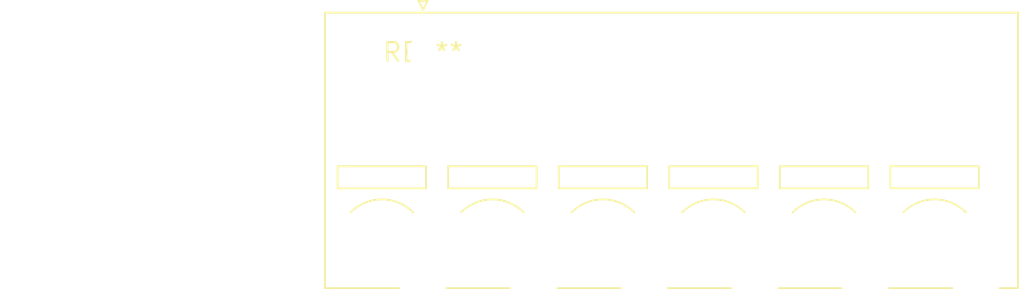
<source format=kicad_pcb>
(kicad_pcb (version 20240108) (generator pcbnew)
  (layers (0 "F.Cu" signal) (31 "B.Cu" signal) (34 "B.Paste" user) (35 "F.Paste" user) (36 "B.SilkS" user "B.Silkscreen") (37 "F.SilkS" user "F.Silkscreen") (38 "B.Mask" user) (39 "F.Mask" user) (44 "Edge.Cuts" user))
  (net 0 "")
  (footprint "PhoenixContact_SPT_5_6-V-7.5-ZB_1x06_P7.5mm_Vertical" (layer "F.Cu") (at 0 0)
    (property "Reference" "REF**")
    (property "Value" "PhoenixContact_SPT_5_6-V-7.5-ZB_1x06_P7.5mm_Vertical")
    (fp_line (start -6.66 -2.69) (end 40.36 -2.69) (layer "F.SilkS") (stroke (width 0.12)))
    (fp_line (start -6.66 16.03) (end -6.66 -2.69) (layer "F.SilkS") (stroke (width 0.12)))
    (fp_line (start -6.66 16.03) (end -1.6 16.03) (layer "F.SilkS") (stroke (width 0.12)))
    (fp_line (start -5.8 7.75) (end -5.8 9.25) (layer "F.SilkS") (stroke (width 0.12)))
    (fp_line (start -5.8 9.25) (end 0.2 9.25) (layer "F.SilkS") (stroke (width 0.12)))
    (fp_line (start -0.3 -3.49) (end 0 -2.89) (layer "F.SilkS") (stroke (width 0.12)))
    (fp_line (start -0.3 -3.49) (end 0.3 -3.49) (layer "F.SilkS") (stroke (width 0.12)))
    (fp_line (start 0.2 7.75) (end -5.8 7.75) (layer "F.SilkS") (stroke (width 0.12)))
    (fp_line (start 0.2 9.25) (end 0.2 7.75) (layer "F.SilkS") (stroke (width 0.12)))
    (fp_line (start 0.3 -3.49) (end 0 -2.89) (layer "F.SilkS") (stroke (width 0.12)))
    (fp_line (start 1.6 16.03) (end 5.9 16.03) (layer "F.SilkS") (stroke (width 0.12)))
    (fp_line (start 1.7 7.75) (end 1.7 9.25) (layer "F.SilkS") (stroke (width 0.12)))
    (fp_line (start 1.7 9.25) (end 7.7 9.25) (layer "F.SilkS") (stroke (width 0.12)))
    (fp_line (start 7.7 7.75) (end 1.7 7.75) (layer "F.SilkS") (stroke (width 0.12)))
    (fp_line (start 7.7 9.25) (end 7.7 7.75) (layer "F.SilkS") (stroke (width 0.12)))
    (fp_line (start 9.1 16.03) (end 13.4 16.03) (layer "F.SilkS") (stroke (width 0.12)))
    (fp_line (start 9.2 7.75) (end 9.2 9.25) (layer "F.SilkS") (stroke (width 0.12)))
    (fp_line (start 9.2 9.25) (end 15.2 9.25) (layer "F.SilkS") (stroke (width 0.12)))
    (fp_line (start 15.2 7.75) (end 9.2 7.75) (layer "F.SilkS") (stroke (width 0.12)))
    (fp_line (start 15.2 9.25) (end 15.2 7.75) (layer "F.SilkS") (stroke (width 0.12)))
    (fp_line (start 16.6 16.03) (end 20.9 16.03) (layer "F.SilkS") (stroke (width 0.12)))
    (fp_line (start 16.7 7.75) (end 16.7 9.25) (layer "F.SilkS") (stroke (width 0.12)))
    (fp_line (start 16.7 9.25) (end 22.7 9.25) (layer "F.SilkS") (stroke (width 0.12)))
    (fp_line (start 22.7 7.75) (end 16.7 7.75) (layer "F.SilkS") (stroke (width 0.12)))
    (fp_line (start 22.7 9.25) (end 22.7 7.75) (layer "F.SilkS") (stroke (width 0.12)))
    (fp_line (start 24.1 16.03) (end 28.4 16.03) (layer "F.SilkS") (stroke (width 0.12)))
    (fp_line (start 24.2 7.75) (end 24.2 9.25) (layer "F.SilkS") (stroke (width 0.12)))
    (fp_line (start 24.2 9.25) (end 30.2 9.25) (layer "F.SilkS") (stroke (width 0.12)))
    (fp_line (start 30.2 7.75) (end 24.2 7.75) (layer "F.SilkS") (stroke (width 0.12)))
    (fp_line (start 30.2 9.25) (end 30.2 7.75) (layer "F.SilkS") (stroke (width 0.12)))
    (fp_line (start 31.6 16.03) (end 35.9 16.03) (layer "F.SilkS") (stroke (width 0.12)))
    (fp_line (start 31.7 7.75) (end 31.7 9.25) (layer "F.SilkS") (stroke (width 0.12)))
    (fp_line (start 31.7 9.25) (end 37.7 9.25) (layer "F.SilkS") (stroke (width 0.12)))
    (fp_line (start 37.7 7.75) (end 31.7 7.75) (layer "F.SilkS") (stroke (width 0.12)))
    (fp_line (start 37.7 9.25) (end 37.7 7.75) (layer "F.SilkS") (stroke (width 0.12)))
    (fp_line (start 39.1 16.03) (end 40.36 16.03) (layer "F.SilkS") (stroke (width 0.12)))
    (fp_line (start 40.36 -2.69) (end 40.36 16.03) (layer "F.SilkS") (stroke (width 0.12)))
    (fp_arc (start -4.92132 10.87868) (mid -2.8 10) (end -0.67868 10.87868) (layer "F.SilkS") (stroke (width 0.12)))
    (fp_arc (start 2.57868 10.87868) (mid 4.7 10) (end 6.82132 10.87868) (layer "F.SilkS") (stroke (width 0.12)))
    (fp_arc (start 10.07868 10.87868) (mid 12.2 10) (end 14.32132 10.87868) (layer "F.SilkS") (stroke (width 0.12)))
    (fp_arc (start 17.57868 10.87868) (mid 19.7 10) (end 21.82132 10.87868) (layer "F.SilkS") (stroke (width 0.12)))
    (fp_arc (start 25.07868 10.87868) (mid 27.2 10) (end 29.32132 10.87868) (layer "F.SilkS") (stroke (width 0.12)))
    (fp_arc (start 32.57868 10.87868) (mid 34.7 10) (end 36.82132 10.87868) (layer "F.SilkS") (stroke (width 0.12)))
    (pad "1" thru_hole roundrect (at 0 0) (size 2.8 4.3) (drill 2.1) (layers *.Cu *.Mask) (remove_unused_layers) (roundrect_rratio 0.089286))
    (pad "2" thru_hole oval (at 7.5 14) (size 2.8 4.3) (drill 2.1) (layers *.Cu *.Mask) (remove_unused_layers))
    (pad "3" thru_hole oval (at 15 0) (size 2.8 4.3) (drill 2.1) (layers *.Cu *.Mask) (remove_unused_layers))
    (pad "4" thru_hole oval (at 22.5 14) (size 2.8 4.3) (drill 2.1) (layers *.Cu *.Mask) (remove_unused_layers))
    (pad "5" thru_hole oval (at 30 0) (size 2.8 4.3) (drill 2.1) (layers *.Cu *.Mask) (remove_unused_layers))
    (pad "6" thru_hole oval (at 37.5 14) (size 2.8 4.3) (drill 2.1) (layers *.Cu *.Mask) (remove_unused_layers))
  )
)
</source>
